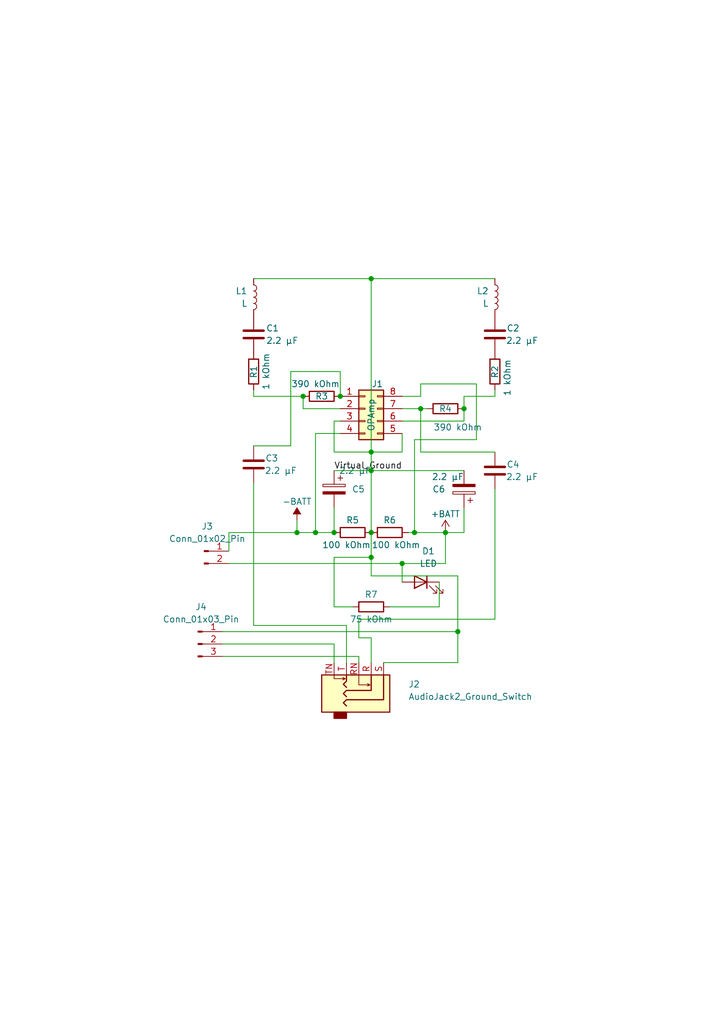
<source format=kicad_sch>
(kicad_sch (version 20230121) (generator eeschema)
  (paper "A5" portrait)
  (title_block (title "ElectroSlatsch") (rev "0.1") (company "Chaospott - RF"))
  (lib_symbols
    (symbol "Connector:Conn_01x02_Pin" (pin_names (offset 1.016) hide)
      (property "Reference" "J" (at 0 2.54 0))
      (property "Value" "Conn_01x02_Pin" (at 0 -5.08 0))
      (symbol "Conn_01x02_Pin_1_1"
        (polyline (pts (xy 1.27 -2.54) (xy 0.8636 -2.54)) (stroke (width 0.1524)))
        (polyline (pts (xy 1.27 0) (xy 0.8636 0)) (stroke (width 0.1524)))
        (rectangle (start 0.8636 -2.413) (end 0 -2.667) (stroke (width 0.1524)) (fill (type outline)))
        (rectangle (start 0.8636 0.127) (end 0 -0.127) (stroke (width 0.1524)) (fill (type outline)))
        (pin passive line (at 5.08 0 180) (length 3.81) (name "Pin_1") (number "1"))
        (pin passive line (at 5.08 -2.54 180) (length 3.81) (name "Pin_2") (number "2"))
      )
    )
    (symbol "Connector:Conn_01x03_Pin" (pin_names (offset 1.016) hide)
      (property "Reference" "J" (at 0 5.08 0))
      (property "Value" "Conn_01x03_Pin" (at 0 -5.08 0))
      (symbol "Conn_01x03_Pin_1_1"
        (polyline (pts (xy 1.27 -2.54) (xy 0.8636 -2.54)) (stroke (width 0.1524)))
        (polyline (pts (xy 1.27 0) (xy 0.8636 0)) (stroke (width 0.1524)))
        (polyline (pts (xy 1.27 2.54) (xy 0.8636 2.54)) (stroke (width 0.1524)))
        (rectangle (start 0.8636 -2.413) (end 0 -2.667) (stroke (width 0.1524)) (fill (type outline)))
        (rectangle (start 0.8636 0.127) (end 0 -0.127) (stroke (width 0.1524)) (fill (type outline)))
        (rectangle (start 0.8636 2.667) (end 0 2.413) (stroke (width 0.1524)) (fill (type outline)))
        (pin passive line (at 5.08 2.54 180) (length 3.81) (name "Pin_1") (number "1"))
        (pin passive line (at 5.08 0 180) (length 3.81) (name "Pin_2") (number "2"))
        (pin passive line (at 5.08 -2.54 180) (length 3.81) (name "Pin_3") (number "3"))
      )
    )
    (symbol "Connector_Audio:AudioJack3_SwitchTR"
      (property "Reference" "J" (at 0 8.89 0))
      (property "Value" "AudioJack3_SwitchTR" (at 0 6.35 0))
      (symbol "AudioJack3_SwitchTR_0_1"
        (rectangle (start -5.08 -5.08) (end -6.35 -7.62) (stroke (width 0.254)) (fill (type outline)))
        (polyline (pts (xy 0.508 -0.254) (xy 0.762 -0.762)))
        (polyline (pts (xy 1.778 -5.334) (xy 2.032 -5.842)))
        (polyline (pts (xy 0 -5.08) (xy 0.635 -5.715) (xy 1.27 -5.08) (xy 2.54 -5.08)) (stroke (width 0.254)))
        (polyline (pts (xy 2.54 -7.62) (xy 1.778 -7.62) (xy 1.778 -5.334) (xy 1.524 -5.842)))
        (polyline (pts (xy 2.54 -2.54) (xy 0.508 -2.54) (xy 0.508 -0.254) (xy 0.254 -0.762)))
        (polyline (pts (xy -1.905 -5.08) (xy -1.27 -5.715) (xy -0.635 -5.08) (xy -0.635 0) (xy 2.54 0)) (stroke (width 0.254)))
        (polyline (pts (xy 2.54 2.54) (xy -2.54 2.54) (xy -2.54 -5.08) (xy -3.175 -5.715) (xy -3.81 -5.08)) (stroke (width 0.254)))
        (rectangle (start 2.54 3.81) (end -5.08 -10.16) (stroke (width 0.254)) (fill (type background)))
      )
      (symbol "AudioJack3_SwitchTR_1_1"
        (pin passive line (at 5.08 0 180) (length 2.54) (name "~") (number "R"))
        (pin passive line (at 5.08 -2.54 180) (length 2.54) (name "~") (number "RN"))
        (pin passive line (at 5.08 2.54 180) (length 2.54) (name "~") (number "S"))
        (pin passive line (at 5.08 -5.08 180) (length 2.54) (name "~") (number "T"))
        (pin passive line (at 5.08 -7.62 180) (length 2.54) (name "~") (number "TN"))
      )
    )
    (symbol "Connector_Generic:Conn_02x04_Counter_Clockwise" (pin_names (offset 1.016) hide)
      (property "Reference" "J" (at 1.27 5.08 0))
      (property "Value" "Conn_02x04_Counter_Clockwise" (at 1.27 -7.62 0))
      (symbol "Conn_02x04_Counter_Clockwise_1_1"
        (rectangle (start -1.27 -4.953) (end 0 -5.207) (stroke (width 0.1524)))
        (rectangle (start -1.27 -2.413) (end 0 -2.667) (stroke (width 0.1524)))
        (rectangle (start -1.27 0.127) (end 0 -0.127) (stroke (width 0.1524)))
        (rectangle (start -1.27 2.667) (end 0 2.413) (stroke (width 0.1524)))
        (rectangle (start -1.27 3.81) (end 3.81 -6.35) (stroke (width 0.254)) (fill (type background)))
        (rectangle (start 3.81 -4.953) (end 2.54 -5.207) (stroke (width 0.1524)))
        (rectangle (start 3.81 -2.413) (end 2.54 -2.667) (stroke (width 0.1524)))
        (rectangle (start 3.81 0.127) (end 2.54 -0.127) (stroke (width 0.1524)))
        (rectangle (start 3.81 2.667) (end 2.54 2.413) (stroke (width 0.1524)))
        (pin passive line (at -5.08 2.54 0) (length 3.81) (name "Pin_1") (number "1"))
        (pin passive line (at -5.08 0 0) (length 3.81) (name "Pin_2") (number "2"))
        (pin passive line (at -5.08 -2.54 0) (length 3.81) (name "Pin_3") (number "3"))
        (pin passive line (at -5.08 -5.08 0) (length 3.81) (name "Pin_4") (number "4"))
        (pin passive line (at 7.62 -5.08 180) (length 3.81) (name "Pin_5") (number "5"))
        (pin passive line (at 7.62 -2.54 180) (length 3.81) (name "Pin_6") (number "6"))
        (pin passive line (at 7.62 0 180) (length 3.81) (name "Pin_7") (number "7"))
        (pin passive line (at 7.62 2.54 180) (length 3.81) (name "Pin_8") (number "8"))
      )
    )
    (symbol "Device:C" (pin_numbers hide) (pin_names (offset 0.254))
      (property "Reference" "C" (at 0.635 2.54 0))
      (property "Value" "C" (at 0.635 -2.54 0))
      (symbol "C_0_1"
        (polyline (pts (xy -2.032 -0.762) (xy 2.032 -0.762)) (stroke (width 0.508)))
        (polyline (pts (xy -2.032 0.762) (xy 2.032 0.762)) (stroke (width 0.508)))
      )
      (symbol "C_1_1"
        (pin passive line (at 0 3.81 270) (length 2.794) (name "~") (number "1"))
        (pin passive line (at 0 -3.81 90) (length 2.794) (name "~") (number "2"))
      )
    )
    (symbol "Device:C_Polarized" (pin_numbers hide) (pin_names (offset 0.254))
      (property "Reference" "C" (at 0.635 2.54 0))
      (property "Value" "C_Polarized" (at 0.635 -2.54 0))
      (symbol "C_Polarized_0_1"
        (rectangle (start -2.286 0.508) (end 2.286 1.016))
        (polyline (pts (xy -1.778 2.286) (xy -0.762 2.286)))
        (polyline (pts (xy -1.27 2.794) (xy -1.27 1.778)))
        (rectangle (start 2.286 -0.508) (end -2.286 -1.016) (fill (type outline)))
      )
      (symbol "C_Polarized_1_1"
        (pin passive line (at 0 3.81 270) (length 2.794) (name "~") (number "1"))
        (pin passive line (at 0 -3.81 90) (length 2.794) (name "~") (number "2"))
      )
    )
    (symbol "Device:L" (pin_numbers hide) (pin_names (offset 1.016) hide)
      (property "Reference" "L" (at -1.27 0 90))
      (property "Value" "L" (at 1.905 0 90))
      (symbol "L_0_1"
        (arc (start 0 -2.54) (mid 0.6323 -1.905) (end 0 -1.27))
        (arc (start 0 -1.27) (mid 0.6323 -0.635) (end 0 0))
        (arc (start 0 0) (mid 0.6323 0.635) (end 0 1.27))
        (arc (start 0 1.27) (mid 0.6323 1.905) (end 0 2.54))
      )
      (symbol "L_1_1"
        (pin passive line (at 0 3.81 270) (length 1.27) (name "1") (number "1"))
        (pin passive line (at 0 -3.81 90) (length 1.27) (name "2") (number "2"))
      )
    )
    (symbol "Device:LED" (pin_numbers hide) (pin_names (offset 1.016) hide)
      (property "Reference" "D" (at 0 2.54 0))
      (property "Value" "LED" (at 0 -2.54 0))
      (symbol "LED_0_1"
        (polyline (pts (xy -1.27 -1.27) (xy -1.27 1.27)) (stroke (width 0.254)))
        (polyline (pts (xy -1.27 0) (xy 1.27 0)))
        (polyline (pts (xy 1.27 -1.27) (xy 1.27 1.27) (xy -1.27 0) (xy 1.27 -1.27)) (stroke (width 0.254)))
        (polyline (pts (xy -3.048 -0.762) (xy -4.572 -2.286) (xy -3.81 -2.286) (xy -4.572 -2.286) (xy -4.572 -1.524)))
        (polyline (pts (xy -1.778 -0.762) (xy -3.302 -2.286) (xy -2.54 -2.286) (xy -3.302 -2.286) (xy -3.302 -1.524)))
      )
      (symbol "LED_1_1"
        (pin passive line (at -3.81 0 0) (length 2.54) (name "K") (number "1"))
        (pin passive line (at 3.81 0 180) (length 2.54) (name "A") (number "2"))
      )
    )
    (symbol "Device:R" (pin_numbers hide) (pin_names (offset 0))
      (property "Reference" "R" (at 2.032 0 90))
      (property "Value" "R" (at 0 0 90))
      (symbol "R_0_1"
        (rectangle (start -1.016 -2.54) (end 1.016 2.54) (stroke (width 0.254)))
      )
      (symbol "R_1_1"
        (pin passive line (at 0 3.81 270) (length 1.27) (name "~") (number "1"))
        (pin passive line (at 0 -3.81 90) (length 1.27) (name "~") (number "2"))
      )
    )
    (symbol "power:+BATT" (power) (pin_names (offset 0))
      (property "Value" "+BATT" (at 0 3.556 0))
      (symbol "+BATT_0_1"
        (polyline (pts (xy -0.762 1.27) (xy 0 2.54)))
        (polyline (pts (xy 0 0) (xy 0 2.54)))
        (polyline (pts (xy 0 2.54) (xy 0.762 1.27)))
      )
      (symbol "+BATT_1_1"
        (pin power_in line (at 0 0 90) (length 0) hide (name "+BATT") (number "1"))
      )
    )
    (symbol "power:-BATT" (power) (pin_names (offset 0))
      (property "Value" "-BATT" (at 0 3.556 0))
      (symbol "-BATT_0_1"
        (polyline (pts (xy 0 0) (xy 0 2.54)))
        (polyline (pts (xy 0.762 1.27) (xy -0.762 1.27) (xy 0 2.54) (xy 0.762 1.27)) (fill (type outline)))
      )
      (symbol "-BATT_1_1"
        (pin power_in line (at 0 0 90) (length 0) hide (name "-BATT") (number "1"))
      )
    )
  )
  (junction (at 76.2 92.71))
  (junction (at 60.96 109.22))
  (junction (at 95.25 83.82))
  (junction (at 86.36 83.82))
  (junction (at 69.85 81.28))
  (junction (at 76.2 114.3))
  (junction (at 76.2 57.15))
  (junction (at 62.23 81.28))
  (junction (at 64.77 109.22))
  (junction (at 91.44 109.22))
  (junction (at 82.55 115.57))
  (junction (at 76.2 96.52))
  (junction (at 85.09 109.22))
  (junction (at 93.98 129.54))
  (junction (at 68.58 109.22))
  (junction (at 76.2 109.22))
  (wire (pts (xy 78.74 135.89) (xy 93.98 135.89)))
  (wire (pts (xy 76.2 109.22) (xy 76.2 114.3)))
  (wire (pts (xy 52.07 91.44) (xy 59.69 91.44)))
  (wire (pts (xy 69.85 76.2) (xy 59.69 76.2)))
  (wire (pts (xy 101.6 80.01) (xy 101.6 81.28)))
  (wire (pts (xy 76.2 130.81) (xy 76.2 135.89)))
  (wire (pts (xy 52.07 99.06) (xy 52.07 128.27)))
  (wire (pts (xy 68.58 92.71) (xy 76.2 92.71)))
  (wire (pts (xy 97.79 90.17) (xy 85.09 90.17)))
  (wire (pts (xy 93.98 129.54) (xy 93.98 118.11)))
  (wire (pts (xy 82.55 86.36) (xy 95.25 86.36)))
  (wire (pts (xy 68.58 96.52) (xy 76.2 96.52)))
  (wire (pts (xy 73.66 134.62) (xy 73.66 135.89)))
  (wire (pts (xy 76.2 92.71) (xy 76.2 96.52)))
  (wire (pts (xy 73.66 127) (xy 73.66 130.81)))
  (wire (pts (xy 73.66 130.81) (xy 76.2 130.81)))
  (wire (pts (xy 76.2 118.11) (xy 93.98 118.11)))
  (wire (pts (xy 60.96 109.22) (xy 64.77 109.22)))
  (wire (pts (xy 101.6 81.28) (xy 95.25 81.28)))
  (wire (pts (xy 80.01 124.46) (xy 90.17 124.46)))
  (wire (pts (xy 52.07 128.27) (xy 71.12 128.27)))
  (wire (pts (xy 45.72 129.54) (xy 93.98 129.54)))
  (wire (pts (xy 68.58 114.3) (xy 68.58 124.46)))
  (wire (pts (xy 93.98 129.54) (xy 93.98 135.89)))
  (wire (pts (xy 82.55 88.9) (xy 82.55 92.71)))
  (wire (pts (xy 52.07 57.15) (xy 76.2 57.15)))
  (wire (pts (xy 86.36 83.82) (xy 82.55 83.82)))
  (wire (pts (xy 76.2 96.52) (xy 76.2 109.22)))
  (wire (pts (xy 64.77 88.9) (xy 64.77 109.22)))
  (wire (pts (xy 76.2 114.3) (xy 76.2 118.11)))
  (wire (pts (xy 73.66 127) (xy 101.6 127)))
  (wire (pts (xy 82.55 115.57) (xy 91.44 115.57)))
  (wire (pts (xy 68.58 124.46) (xy 72.39 124.46)))
  (wire (pts (xy 62.23 81.28) (xy 62.23 83.82)))
  (wire (pts (xy 85.09 109.22) (xy 83.82 109.22)))
  (wire (pts (xy 68.58 132.08) (xy 68.58 135.89)))
  (wire (pts (xy 45.72 134.62) (xy 73.66 134.62)))
  (wire (pts (xy 82.55 92.71) (xy 76.2 92.71)))
  (wire (pts (xy 85.09 90.17) (xy 85.09 109.22)))
  (wire (pts (xy 69.85 86.36) (xy 68.58 86.36)))
  (wire (pts (xy 85.09 109.22) (xy 91.44 109.22)))
  (wire (pts (xy 60.96 106.68) (xy 60.96 109.22)))
  (wire (pts (xy 101.6 100.33) (xy 101.6 127)))
  (wire (pts (xy 59.69 76.2) (xy 59.69 91.44)))
  (wire (pts (xy 69.85 81.28) (xy 69.85 76.2)))
  (wire (pts (xy 68.58 86.36) (xy 68.58 92.71)))
  (wire (pts (xy 86.36 83.82) (xy 86.36 92.71)))
  (wire (pts (xy 71.12 128.27) (xy 71.12 135.89)))
  (wire (pts (xy 45.72 132.08) (xy 68.58 132.08)))
  (wire (pts (xy 46.99 115.57) (xy 82.55 115.57)))
  (wire (pts (xy 76.2 57.15) (xy 76.2 92.71)))
  (wire (pts (xy 90.17 119.38) (xy 90.17 124.46)))
  (wire (pts (xy 68.58 104.14) (xy 68.58 109.22)))
  (wire (pts (xy 95.25 81.28) (xy 95.25 83.82)))
  (wire (pts (xy 91.44 109.22) (xy 91.44 115.57)))
  (wire (pts (xy 87.63 83.82) (xy 86.36 83.82)))
  (wire (pts (xy 52.07 80.01) (xy 52.07 81.28)))
  (wire (pts (xy 82.55 119.38) (xy 82.55 115.57)))
  (wire (pts (xy 101.6 92.71) (xy 86.36 92.71)))
  (wire (pts (xy 76.2 57.15) (xy 101.6 57.15)))
  (wire (pts (xy 97.79 78.74) (xy 97.79 90.17)))
  (wire (pts (xy 86.36 78.74) (xy 86.36 81.28)))
  (wire (pts (xy 64.77 88.9) (xy 69.85 88.9)))
  (wire (pts (xy 46.99 109.22) (xy 46.99 113.03)))
  (wire (pts (xy 86.36 81.28) (xy 82.55 81.28)))
  (wire (pts (xy 64.77 109.22) (xy 68.58 109.22)))
  (wire (pts (xy 76.2 114.3) (xy 68.58 114.3)))
  (wire (pts (xy 86.36 78.74) (xy 97.79 78.74)))
  (wire (pts (xy 62.23 83.82) (xy 69.85 83.82)))
  (wire (pts (xy 52.07 81.28) (xy 62.23 81.28)))
  (wire (pts (xy 95.25 104.14) (xy 95.25 109.22)))
  (wire (pts (xy 95.25 83.82) (xy 95.25 86.36)))
  (wire (pts (xy 46.99 109.22) (xy 60.96 109.22)))
  (wire (pts (xy 95.25 109.22) (xy 91.44 109.22)))
  (wire (pts (xy 76.2 96.52) (xy 95.25 96.52)))
  (label "Virtual_Ground" (at 68.58 96.52 0))
  (symbol (lib_id "Device:LED") (at 86.36 119.38 0) (mirror y) (unit 1)
    (property "Reference" "D1" (at 87.9475 113.03 0))
    (property "Value" "LED" (at 87.9475 115.57 0))
    (property "Footprint" "LED_THT:LED_D4.0mm" (effects hide))
  )
  (symbol (lib_id "Device:R") (at 66.04 81.28 270) (unit 1)
    (property "Reference" "R3" (at 66.04 81.28 90))
    (property "Value" "390 kOhm" (at 64.77 78.74 90))
    (property "Footprint" "Resistor_THT:R_Box_L8.4mm_W2.5mm_P5.08mm" (effects hide))
  )
  (symbol (lib_id "Device:R") (at 72.39 109.22 270) (unit 1)
    (property "Reference" "R5" (at 72.39 106.68 90))
    (property "Value" "100 kOhm" (at 71.12 111.76 90))
    (property "Footprint" "Resistor_THT:R_Box_L8.4mm_W2.5mm_P5.08mm" (effects hide))
  )
  (symbol (lib_id "Device:R") (at 76.2 124.46 270) (unit 1)
    (property "Reference" "R7" (at 76.2 121.92 90))
    (property "Value" "75 kOhm" (at 76.2 127 90))
    (property "Footprint" "Resistor_THT:R_Box_L8.4mm_W2.5mm_P5.08mm" (effects hide))
  )
  (symbol (lib_id "Device:R") (at 80.01 109.22 270) (unit 1)
    (property "Reference" "R6" (at 80.01 106.68 90))
    (property "Value" "100 kOhm" (at 81.28 111.76 90))
    (property "Footprint" "Resistor_THT:R_Box_L8.4mm_W2.5mm_P5.08mm" (effects hide))
  )
  (symbol (lib_id "Connector_Audio:AudioJack3_SwitchTR") (at 76.2 140.97 270) (mirror x) (unit 1)
    (property "Reference" "J2" (at 83.82 140.335 90) (effects (justify left)))
    (property "Value" "AudioJack2_Ground_Switch" (at 83.82 142.875 90) (effects (justify left)))
    (property "Footprint" "Connector_Audio:Jack_3.5mm_CUI_SJ1-3525N_Horizontal" (effects hide))
  )
  (symbol (lib_id "Device:L") (at 101.6 60.96 0) (mirror x) (unit 1)
    (property "Reference" "L2" (at 100.33 59.69 0) (effects (justify right)))
    (property "Value" "L" (at 100.33 62.23 0) (effects (justify right)))
    (property "Footprint" "Inductor_THT:L_Radial_D6.0mm_P4.00mm" (effects hide))
  )
  (symbol (lib_id "Connector_Generic:Conn_02x04_Counter_Clockwise") (at 74.93 83.82 0) (unit 1)
    (property "Reference" "J1" (at 77.47 78.74 0))
    (property "Value" "OPAmp" (at 76.2 85.09 90))
    (property "Footprint" "Package_DIP:DIP-8_W7.62mm_Socket" (effects hide))
  )
  (symbol (lib_id "Device:C_Polarized") (at 95.25 100.33 180) (unit 1)
    (property "Reference" "C6" (at 91.44 100.33 0) (effects (justify left)))
    (property "Value" "2.2 µF" (at 95.25 97.79 0) (effects (justify left)))
    (property "Footprint" "Capacitor_THT:CP_Radial_D5.0mm_P2.50mm" (effects hide))
  )
  (symbol (lib_id "Device:C") (at 52.07 68.58 0) (mirror x) (unit 1)
    (property "Reference" "C1" (at 54.61 67.31 0) (effects (justify left)))
    (property "Value" "2.2 µF" (at 54.61 69.85 0) (effects (justify left)))
    (property "Footprint" "Capacitor_THT:CP_Radial_D5.0mm_P2.50mm" (effects hide))
  )
  (symbol (lib_id "Device:C") (at 101.6 96.52 180) (unit 1)
    (property "Reference" "C4" (at 106.68 95.25 0) (effects (justify left)))
    (property "Value" "2.2 µF" (at 110.49 97.79 0) (effects (justify left)))
    (property "Footprint" "Capacitor_THT:CP_Radial_D5.0mm_P2.50mm" (effects hide))
  )
  (symbol (lib_id "Device:R") (at 91.44 83.82 270) (unit 1)
    (property "Reference" "R4" (at 91.44 83.82 90))
    (property "Value" "390 kOhm" (at 93.98 87.63 90))
    (property "Footprint" "Resistor_THT:R_Box_L8.4mm_W2.5mm_P5.08mm" (effects hide))
  )
  (symbol (lib_id "Connector:Conn_01x03_Pin") (at 40.64 132.08 0) (unit 1)
    (property "Reference" "J4" (at 41.275 124.46 0))
    (property "Value" "Conn_01x03_Pin" (at 41.275 127 0))
    (property "Footprint" "Connector_PinHeader_2.54mm:PinHeader_1x03_P2.54mm_Vertical" (effects hide))
  )
  (symbol (lib_id "Device:L") (at 52.07 60.96 0) (mirror x) (unit 1)
    (property "Reference" "L1" (at 50.8 59.69 0) (effects (justify right)))
    (property "Value" "L" (at 50.8 62.23 0) (effects (justify right)))
    (property "Footprint" "Inductor_THT:L_Radial_D6.0mm_P4.00mm" (effects hide))
  )
  (symbol (lib_id "Connector:Conn_01x02_Pin") (at 41.91 113.03 0) (unit 1)
    (property "Reference" "J3" (at 42.545 107.95 0))
    (property "Value" "Conn_01x02_Pin" (at 42.545 110.49 0))
    (property "Footprint" "Connector_PinHeader_2.54mm:PinHeader_1x02_P2.54mm_Vertical" (effects hide))
  )
  (symbol (lib_id "Device:R") (at 101.6 76.2 0) (mirror x) (unit 1)
    (property "Reference" "R2" (at 101.6 74.93 90) (effects (justify left)))
    (property "Value" "1 kOhm" (at 104.14 73.66 90) (effects (justify left)))
    (property "Footprint" "Resistor_THT:R_Box_L8.4mm_W2.5mm_P5.08mm" (effects hide))
  )
  (symbol (lib_id "Device:R") (at 52.07 76.2 0) (mirror x) (unit 1)
    (property "Reference" "R1" (at 52.07 74.93 90) (effects (justify left)))
    (property "Value" "1 kOhm" (at 54.61 72.39 90) (effects (justify left)))
    (property "Footprint" "Resistor_THT:R_Box_L8.4mm_W2.5mm_P5.08mm" (effects hide))
  )
  (symbol (lib_id "power:+BATT") (at 91.44 109.22 0) (unit 1)
    (property "Reference" "#PWR02" (effects hide))
    (property "Value" "+BATT" (at 91.44 105.41 0))
    (property "Footprint" "Connector_Pin:Pin_D1.0mm_L10.0mm_LooseFit" (effects hide))
  )
  (symbol (lib_id "power:-BATT") (at 60.96 106.68 0) (unit 1)
    (property "Reference" "#PWR03" (effects hide))
    (property "Value" "-BATT" (at 60.96 102.87 0))
    (property "Footprint" "Connector_Pin:Pin_D1.0mm_L10.0mm_LooseFit" (effects hide))
  )
  (symbol (lib_id "Device:C_Polarized") (at 68.58 100.33 0) (mirror y) (unit 1)
    (property "Reference" "C5" (at 74.93 100.33 0) (effects (justify left)))
    (property "Value" "2.2 µF" (at 76.2 96.52 0) (effects (justify left)))
    (property "Footprint" "Capacitor_THT:CP_Radial_D5.0mm_P2.50mm" (effects hide))
  )
  (symbol (lib_id "Device:C") (at 101.6 68.58 180) (unit 1)
    (property "Reference" "C2" (at 106.68 67.31 0) (effects (justify left)))
    (property "Value" "2.2 µF" (at 110.49 69.85 0) (effects (justify left)))
    (property "Footprint" "Capacitor_THT:CP_Radial_D5.0mm_P2.50mm" (effects hide))
  )
  (symbol (lib_id "Device:C") (at 52.07 95.25 180) (unit 1)
    (property "Reference" "C3" (at 57.15 93.98 0) (effects (justify left)))
    (property "Value" "2.2 µF" (at 60.96 96.52 0) (effects (justify left)))
    (property "Footprint" "Capacitor_THT:CP_Radial_D5.0mm_P2.50mm" (effects hide))
  )
)
</source>
